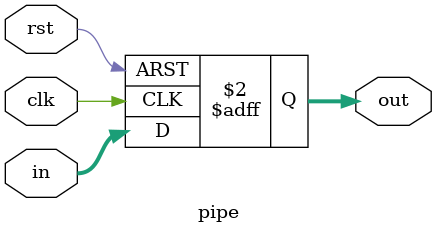
<source format=sv>
module pipe #(parameter WIDTH = 8)
			  ( input logic 	         clk, rst,
			    input logic  [WIDTH-1:0] in,
				output logic [WIDTH-1:0] out );

	always_ff @( posedge clk, posedge rst )
	begin
		if (rst) 	    out <= 0;
		else begin 
			out<= in;
		end		
	end
endmodule
</source>
